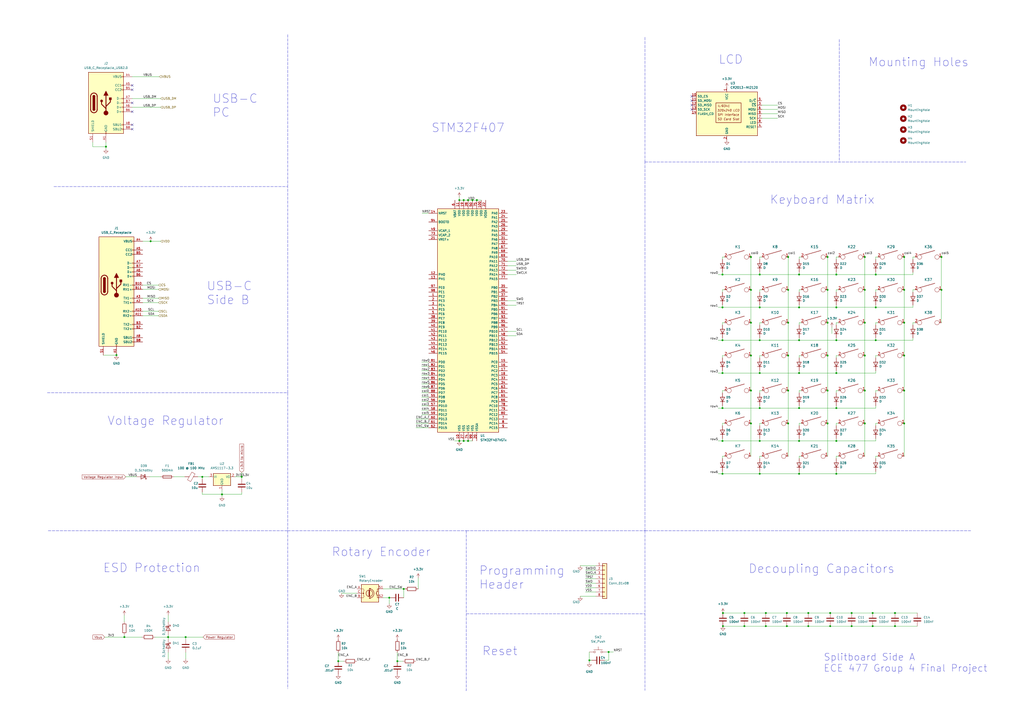
<source format=kicad_sch>
(kicad_sch (version 20211123) (generator eeschema)
  (paper "A2")
  (junction (at 480.06 168.148))
  (junction (at 485.14 178.308))
  (junction (at 440.69 255.778))
  (junction (at 419.1 274.828))
  (junction (at 431.8 363.22))
  (junction (at 457.2 206.248))
  (junction (at 524.51 245.618))
  (junction (at 501.65 206.248))
  (junction (at 341.884 383.032))
  (junction (at 480.06 245.618))
  (junction (at 463.55 197.358))
  (junction (at 271.526 116.078))
  (junction (at 480.06 226.568))
  (junction (at 266.446 255.778))
  (junction (at 440.69 178.308))
  (junction (at 419.1 159.258))
  (junction (at 72.136 369.57))
  (junction (at 266.446 116.078))
  (junction (at 117.348 276.606))
  (junction (at 508 178.308))
  (junction (at 440.69 216.408))
  (junction (at 440.69 274.828))
  (junction (at 463.55 236.728))
  (junction (at 463.55 255.778))
  (junction (at 457.2 226.568))
  (junction (at 435.61 168.148))
  (junction (at 97.536 369.57))
  (junction (at 435.61 149.098))
  (junction (at 225.806 346.71))
  (junction (at 230.505 383.54))
  (junction (at 419.354 363.22))
  (junction (at 431.8 355.6))
  (junction (at 485.14 216.408))
  (junction (at 456.438 355.6))
  (junction (at 508 159.258))
  (junction (at 501.65 149.098))
  (junction (at 435.61 187.198))
  (junction (at 67.564 205.994))
  (junction (at 480.06 206.248))
  (junction (at 501.65 168.148))
  (junction (at 463.55 159.258))
  (junction (at 519.176 355.6))
  (junction (at 480.06 149.098))
  (junction (at 524.51 149.098))
  (junction (at 457.2 168.148))
  (junction (at 61.468 85.09))
  (junction (at 463.55 216.408))
  (junction (at 107.696 369.57))
  (junction (at 485.14 159.258))
  (junction (at 463.55 178.308))
  (junction (at 485.14 197.358))
  (junction (at 435.61 206.248))
  (junction (at 524.51 187.198))
  (junction (at 444.246 355.6))
  (junction (at 419.1 216.408))
  (junction (at 419.1 236.728))
  (junction (at 456.438 363.22))
  (junction (at 468.884 355.6))
  (junction (at 485.14 255.778))
  (junction (at 546.1 149.098))
  (junction (at 494.03 355.6))
  (junction (at 87.376 139.954))
  (junction (at 268.986 116.078))
  (junction (at 271.526 255.778))
  (junction (at 519.176 363.22))
  (junction (at 524.51 168.148))
  (junction (at 524.51 226.568))
  (junction (at 440.69 159.258))
  (junction (at 419.1 255.778))
  (junction (at 485.14 236.728))
  (junction (at 546.1 168.148))
  (junction (at 485.14 274.828))
  (junction (at 506.222 355.6))
  (junction (at 481.584 363.22))
  (junction (at 506.222 363.22))
  (junction (at 440.69 197.358))
  (junction (at 501.65 226.568))
  (junction (at 457.2 187.198))
  (junction (at 276.606 116.078))
  (junction (at 508 197.358))
  (junction (at 457.2 149.098))
  (junction (at 128.778 286.766))
  (junction (at 440.69 236.728))
  (junction (at 501.65 245.618))
  (junction (at 480.06 187.198))
  (junction (at 524.51 206.248))
  (junction (at 444.246 363.22))
  (junction (at 463.55 274.828))
  (junction (at 196.215 383.54))
  (junction (at 481.584 355.6))
  (junction (at 353.06 378.206))
  (junction (at 457.2 245.618))
  (junction (at 419.354 355.6))
  (junction (at 419.1 197.358))
  (junction (at 419.1 178.308))
  (junction (at 468.884 363.22))
  (junction (at 435.61 226.568))
  (junction (at 234.188 341.63))
  (junction (at 494.03 363.22))
  (junction (at 435.61 245.618))
  (junction (at 140.208 276.606))
  (junction (at 268.986 255.778))
  (junction (at 274.066 116.078))
  (junction (at 501.65 187.198))
  (no_connect (at 401.32 55.88))
  (no_connect (at 401.32 63.5))
  (no_connect (at 401.32 58.42))
  (no_connect (at 401.32 60.96))
  (no_connect (at 76.708 49.53))
  (no_connect (at 76.708 74.93))
  (no_connect (at 76.708 64.77))
  (no_connect (at 76.708 52.07))
  (no_connect (at 76.708 59.69))
  (no_connect (at 76.708 72.39))
  (wire (pts (xy 420.37 149.098) (xy 419.1 149.098)))
  (wire (pts (xy 485.14 206.248) (xy 485.14 207.518)))
  (wire (pts (xy 440.69 216.408) (xy 463.55 216.408)))
  (wire (pts (xy 294.386 192.278) (xy 299.466 192.278)))
  (wire (pts (xy 508 245.618) (xy 508 246.888)))
  (polyline (pts (xy 166.878 307.848) (xy 166.878 399.542)))
  (wire (pts (xy 419.1 255.778) (xy 416.56 255.778)))
  (wire (pts (xy 524.51 206.248) (xy 524.51 226.568)))
  (polyline (pts (xy 270.51 307.848) (xy 374.142 307.848)))
  (wire (pts (xy 440.69 196.088) (xy 440.69 197.358)))
  (wire (pts (xy 89.916 369.57) (xy 97.536 369.57)))
  (wire (pts (xy 336.55 345.948) (xy 345.694 345.948)))
  (wire (pts (xy 508 149.098) (xy 508 150.368)))
  (wire (pts (xy 481.584 355.6) (xy 494.03 355.6)))
  (wire (pts (xy 353.06 383.032) (xy 353.06 378.206)))
  (wire (pts (xy 419.1 206.248) (xy 419.1 207.518)))
  (wire (pts (xy 419.1 177.038) (xy 419.1 178.308)))
  (wire (pts (xy 464.82 226.568) (xy 463.55 226.568)))
  (wire (pts (xy 464.82 187.198) (xy 463.55 187.198)))
  (wire (pts (xy 419.1 236.728) (xy 440.69 236.728)))
  (wire (pts (xy 263.652 255.778) (xy 266.446 255.778)))
  (wire (pts (xy 440.69 149.098) (xy 440.69 150.368)))
  (wire (pts (xy 435.61 226.568) (xy 435.61 245.618)))
  (wire (pts (xy 485.14 168.148) (xy 485.14 169.418)))
  (wire (pts (xy 233.68 383.54) (xy 230.505 383.54)))
  (wire (pts (xy 435.61 168.148) (xy 435.61 187.198)))
  (wire (pts (xy 485.14 236.728) (xy 508 236.728)))
  (polyline (pts (xy 270.51 307.848) (xy 270.51 400.558)))
  (wire (pts (xy 463.55 159.258) (xy 485.14 159.258)))
  (wire (pts (xy 509.27 264.668) (xy 508 264.668)))
  (wire (pts (xy 485.14 273.558) (xy 485.14 274.828)))
  (wire (pts (xy 244.602 240.538) (xy 248.666 240.538)))
  (wire (pts (xy 294.386 151.638) (xy 299.466 151.638)))
  (wire (pts (xy 61.468 85.09) (xy 61.468 86.36)))
  (wire (pts (xy 244.602 220.218) (xy 248.666 220.218)))
  (wire (pts (xy 485.14 216.408) (xy 508 216.408)))
  (wire (pts (xy 419.1 215.138) (xy 419.1 216.408)))
  (wire (pts (xy 501.65 245.618) (xy 501.65 264.668)))
  (wire (pts (xy 457.2 147.828) (xy 457.2 149.098)))
  (wire (pts (xy 530.86 149.098) (xy 529.59 149.098)))
  (wire (pts (xy 128.778 286.766) (xy 128.778 288.036)))
  (wire (pts (xy 480.06 245.618) (xy 480.06 264.668)))
  (wire (pts (xy 97.536 369.57) (xy 97.536 370.84)))
  (wire (pts (xy 463.55 157.988) (xy 463.55 159.258)))
  (wire (pts (xy 59.944 205.994) (xy 67.564 205.994)))
  (wire (pts (xy 419.1 264.668) (xy 419.1 265.938)))
  (wire (pts (xy 419.1 274.828) (xy 440.69 274.828)))
  (wire (pts (xy 457.2 245.618) (xy 457.2 264.668)))
  (wire (pts (xy 509.27 187.198) (xy 508 187.198)))
  (polyline (pts (xy 27.432 227.838) (xy 166.878 227.838)))
  (wire (pts (xy 463.55 274.828) (xy 485.14 274.828)))
  (wire (pts (xy 440.69 159.258) (xy 463.55 159.258)))
  (wire (pts (xy 97.536 369.57) (xy 107.696 369.57)))
  (wire (pts (xy 485.14 226.568) (xy 485.14 227.838)))
  (wire (pts (xy 509.27 149.098) (xy 508 149.098)))
  (wire (pts (xy 72.136 356.87) (xy 72.136 360.68)))
  (wire (pts (xy 485.14 178.308) (xy 508 178.308)))
  (wire (pts (xy 82.804 139.954) (xy 87.376 139.954)))
  (wire (pts (xy 274.066 116.078) (xy 271.526 116.078)))
  (wire (pts (xy 508 177.038) (xy 508 178.308)))
  (wire (pts (xy 485.14 235.458) (xy 485.14 236.728)))
  (wire (pts (xy 494.03 363.22) (xy 506.222 363.22)))
  (wire (pts (xy 464.82 206.248) (xy 463.55 206.248)))
  (wire (pts (xy 117.348 276.606) (xy 121.158 276.606)))
  (wire (pts (xy 435.61 206.248) (xy 435.61 226.568)))
  (wire (pts (xy 441.96 264.668) (xy 440.69 264.668)))
  (wire (pts (xy 419.1 235.458) (xy 419.1 236.728)))
  (wire (pts (xy 419.1 255.778) (xy 440.69 255.778)))
  (wire (pts (xy 519.176 355.6) (xy 532.13 355.6)))
  (wire (pts (xy 485.14 197.358) (xy 508 197.358)))
  (wire (pts (xy 114.808 276.606) (xy 117.348 276.606)))
  (wire (pts (xy 440.69 255.778) (xy 463.55 255.778)))
  (wire (pts (xy 336.55 328.168) (xy 345.694 328.168)))
  (wire (pts (xy 440.69 273.558) (xy 440.69 274.828)))
  (wire (pts (xy 464.82 149.098) (xy 463.55 149.098)))
  (wire (pts (xy 463.55 206.248) (xy 463.55 207.518)))
  (wire (pts (xy 485.14 159.258) (xy 508 159.258)))
  (wire (pts (xy 480.06 187.198) (xy 480.06 206.248)))
  (wire (pts (xy 244.602 212.598) (xy 248.666 212.598)))
  (wire (pts (xy 508 215.138) (xy 508 216.408)))
  (wire (pts (xy 97.536 356.87) (xy 97.536 360.68)))
  (wire (pts (xy 242.57 335.28) (xy 242.57 341.63)))
  (wire (pts (xy 420.37 206.248) (xy 419.1 206.248)))
  (wire (pts (xy 508 226.568) (xy 508 227.838)))
  (wire (pts (xy 419.1 159.258) (xy 440.69 159.258)))
  (wire (pts (xy 419.354 363.22) (xy 431.8 363.22)))
  (wire (pts (xy 501.65 149.098) (xy 501.65 168.148)))
  (wire (pts (xy 509.27 168.148) (xy 508 168.148)))
  (wire (pts (xy 268.986 116.078) (xy 266.446 116.078)))
  (wire (pts (xy 440.69 187.198) (xy 440.69 188.468)))
  (wire (pts (xy 97.536 368.3) (xy 97.536 369.57)))
  (wire (pts (xy 485.14 157.988) (xy 485.14 159.258)))
  (wire (pts (xy 339.598 335.788) (xy 345.694 335.788)))
  (wire (pts (xy 485.14 196.088) (xy 485.14 197.358)))
  (wire (pts (xy 486.41 226.568) (xy 485.14 226.568)))
  (wire (pts (xy 350.774 383.032) (xy 353.06 383.032)))
  (wire (pts (xy 468.884 363.22) (xy 481.584 363.22)))
  (wire (pts (xy 140.208 274.066) (xy 140.208 276.606)))
  (wire (pts (xy 440.69 245.618) (xy 440.69 246.888)))
  (wire (pts (xy 117.348 285.496) (xy 117.348 286.766)))
  (polyline (pts (xy 374.142 307.848) (xy 374.142 400.558)))
  (wire (pts (xy 198.12 344.17) (xy 207.01 344.17)))
  (wire (pts (xy 241.3 248.158) (xy 248.666 248.158)))
  (wire (pts (xy 244.602 235.458) (xy 248.666 235.458)))
  (wire (pts (xy 241.3 243.078) (xy 248.666 243.078)))
  (wire (pts (xy 440.69 206.248) (xy 440.69 207.518)))
  (wire (pts (xy 485.14 255.778) (xy 508 255.778)))
  (wire (pts (xy 508 254.508) (xy 508 255.778)))
  (wire (pts (xy 76.708 57.15) (xy 93.218 57.15)))
  (wire (pts (xy 506.222 355.6) (xy 519.176 355.6)))
  (wire (pts (xy 480.06 226.568) (xy 480.06 245.618)))
  (wire (pts (xy 431.8 363.22) (xy 444.246 363.22)))
  (wire (pts (xy 244.602 237.998) (xy 248.666 237.998)))
  (wire (pts (xy 420.37 245.618) (xy 419.1 245.618)))
  (wire (pts (xy 100.838 276.606) (xy 107.188 276.606)))
  (wire (pts (xy 91.948 167.894) (xy 82.804 167.894)))
  (wire (pts (xy 244.602 225.298) (xy 248.666 225.298)))
  (wire (pts (xy 91.948 183.134) (xy 82.804 183.134)))
  (wire (pts (xy 244.602 227.838) (xy 248.666 227.838)))
  (wire (pts (xy 509.27 206.248) (xy 508 206.248)))
  (wire (pts (xy 140.208 286.766) (xy 128.778 286.766)))
  (wire (pts (xy 463.55 216.408) (xy 485.14 216.408)))
  (wire (pts (xy 419.1 187.198) (xy 419.1 188.468)))
  (wire (pts (xy 444.246 363.22) (xy 456.438 363.22)))
  (wire (pts (xy 341.884 383.032) (xy 343.154 383.032)))
  (wire (pts (xy 294.386 194.818) (xy 299.466 194.818)))
  (wire (pts (xy 451.104 60.96) (xy 441.96 60.96)))
  (wire (pts (xy 440.69 215.138) (xy 440.69 216.408)))
  (wire (pts (xy 530.86 187.198) (xy 529.59 187.198)))
  (wire (pts (xy 508 187.198) (xy 508 188.468)))
  (wire (pts (xy 463.55 264.668) (xy 463.55 265.938)))
  (wire (pts (xy 355.854 378.206) (xy 353.06 378.206)))
  (wire (pts (xy 456.438 363.22) (xy 468.884 363.22)))
  (wire (pts (xy 501.65 226.568) (xy 501.65 245.618)))
  (wire (pts (xy 529.59 196.088) (xy 529.59 197.358)))
  (wire (pts (xy 91.948 165.354) (xy 82.804 165.354)))
  (wire (pts (xy 431.8 355.6) (xy 444.246 355.6)))
  (wire (pts (xy 271.526 116.078) (xy 268.986 116.078)))
  (wire (pts (xy 244.602 215.138) (xy 248.666 215.138)))
  (wire (pts (xy 294.386 154.178) (xy 299.466 154.178)))
  (wire (pts (xy 463.55 254.508) (xy 463.55 255.778)))
  (wire (pts (xy 53.848 85.09) (xy 61.468 85.09)))
  (wire (pts (xy 451.104 68.58) (xy 441.96 68.58)))
  (wire (pts (xy 107.696 369.57) (xy 117.856 369.57)))
  (wire (pts (xy 266.446 114.3) (xy 266.446 116.078)))
  (wire (pts (xy 464.82 245.618) (xy 463.55 245.618)))
  (wire (pts (xy 480.06 206.248) (xy 480.06 226.568)))
  (wire (pts (xy 480.06 168.148) (xy 480.06 187.198)))
  (wire (pts (xy 117.348 286.766) (xy 128.778 286.766)))
  (wire (pts (xy 419.1 216.408) (xy 416.56 216.408)))
  (wire (pts (xy 420.37 264.668) (xy 419.1 264.668)))
  (polyline (pts (xy 486.918 22.86) (xy 486.918 93.98)))
  (wire (pts (xy 440.69 178.308) (xy 463.55 178.308)))
  (wire (pts (xy 339.598 338.328) (xy 345.694 338.328)))
  (wire (pts (xy 546.1 149.098) (xy 546.1 168.148)))
  (wire (pts (xy 441.96 206.248) (xy 440.69 206.248)))
  (wire (pts (xy 508 206.248) (xy 508 207.518)))
  (wire (pts (xy 463.55 178.308) (xy 485.14 178.308)))
  (wire (pts (xy 509.27 245.618) (xy 508 245.618)))
  (wire (pts (xy 457.2 187.198) (xy 457.2 206.248)))
  (wire (pts (xy 440.69 274.828) (xy 463.55 274.828)))
  (wire (pts (xy 353.06 378.206) (xy 352.044 378.206)))
  (wire (pts (xy 486.41 264.668) (xy 485.14 264.668)))
  (wire (pts (xy 279.146 116.078) (xy 276.606 116.078)))
  (wire (pts (xy 341.884 378.206) (xy 341.884 383.032)))
  (wire (pts (xy 463.55 197.358) (xy 485.14 197.358)))
  (polyline (pts (xy 270.51 356.108) (xy 374.142 356.108)))
  (wire (pts (xy 457.2 226.568) (xy 457.2 245.618)))
  (wire (pts (xy 268.986 255.778) (xy 271.526 255.778)))
  (wire (pts (xy 444.246 355.6) (xy 456.438 355.6)))
  (wire (pts (xy 196.215 383.54) (xy 196.215 378.46)))
  (wire (pts (xy 463.55 245.618) (xy 463.55 246.888)))
  (wire (pts (xy 440.69 197.358) (xy 463.55 197.358)))
  (wire (pts (xy 463.55 273.558) (xy 463.55 274.828)))
  (wire (pts (xy 244.856 123.698) (xy 248.666 123.698)))
  (wire (pts (xy 234.188 341.63) (xy 234.188 346.71)))
  (wire (pts (xy 419.1 273.558) (xy 419.1 274.828)))
  (wire (pts (xy 140.208 285.496) (xy 140.208 286.766)))
  (wire (pts (xy 140.208 276.606) (xy 140.208 277.876)))
  (wire (pts (xy 244.602 222.758) (xy 248.666 222.758)))
  (wire (pts (xy 441.96 226.568) (xy 440.69 226.568)))
  (wire (pts (xy 457.2 206.248) (xy 457.2 226.568)))
  (polyline (pts (xy 374.142 93.98) (xy 560.324 93.98)))
  (wire (pts (xy 339.598 340.868) (xy 345.694 340.868)))
  (wire (pts (xy 485.14 245.618) (xy 485.14 246.888)))
  (wire (pts (xy 508 168.148) (xy 508 169.418)))
  (wire (pts (xy 72.898 276.606) (xy 79.248 276.606)))
  (wire (pts (xy 440.69 226.568) (xy 440.69 227.838)))
  (wire (pts (xy 222.25 346.71) (xy 225.806 346.71)))
  (wire (pts (xy 419.1 149.098) (xy 419.1 150.368)))
  (wire (pts (xy 529.59 149.098) (xy 529.59 150.368)))
  (wire (pts (xy 266.446 255.778) (xy 268.986 255.778)))
  (wire (pts (xy 435.61 187.198) (xy 435.61 206.248)))
  (wire (pts (xy 419.1 236.728) (xy 416.56 236.728)))
  (wire (pts (xy 463.55 177.038) (xy 463.55 178.308)))
  (wire (pts (xy 546.1 168.148) (xy 546.1 187.198)))
  (wire (pts (xy 440.69 177.038) (xy 440.69 178.308)))
  (wire (pts (xy 524.51 147.828) (xy 524.51 149.098)))
  (wire (pts (xy 420.37 226.568) (xy 419.1 226.568)))
  (wire (pts (xy 508 159.258) (xy 529.59 159.258)))
  (wire (pts (xy 529.59 168.148) (xy 529.59 169.418)))
  (wire (pts (xy 91.948 172.974) (xy 82.804 172.974)))
  (wire (pts (xy 485.14 254.508) (xy 485.14 255.778)))
  (wire (pts (xy 509.27 226.568) (xy 508 226.568)))
  (wire (pts (xy 107.696 378.46) (xy 107.696 382.27)))
  (wire (pts (xy 339.598 330.708) (xy 345.694 330.708)))
  (wire (pts (xy 420.37 168.148) (xy 419.1 168.148)))
  (wire (pts (xy 435.61 149.098) (xy 435.61 168.148)))
  (wire (pts (xy 419.354 355.6) (xy 431.8 355.6)))
  (wire (pts (xy 419.1 197.358) (xy 440.69 197.358)))
  (wire (pts (xy 485.14 274.828) (xy 508 274.828)))
  (polyline (pts (xy 27.94 307.848) (xy 166.878 307.848)))
  (wire (pts (xy 419.1 159.258) (xy 416.56 159.258)))
  (wire (pts (xy 508 273.558) (xy 508 274.828)))
  (wire (pts (xy 440.69 235.458) (xy 440.69 236.728)))
  (wire (pts (xy 441.96 168.148) (xy 440.69 168.148)))
  (wire (pts (xy 419.1 178.308) (xy 416.56 178.308)))
  (wire (pts (xy 72.136 369.57) (xy 82.296 369.57)))
  (wire (pts (xy 451.104 66.04) (xy 441.96 66.04)))
  (wire (pts (xy 276.606 116.078) (xy 274.066 116.078)))
  (polyline (pts (xy 166.878 307.848) (xy 270.51 307.848)))
  (wire (pts (xy 117.348 276.606) (xy 117.348 277.876)))
  (wire (pts (xy 419.1 196.088) (xy 419.1 197.358)))
  (wire (pts (xy 463.55 196.088) (xy 463.55 197.358)))
  (wire (pts (xy 486.41 245.618) (xy 485.14 245.618)))
  (wire (pts (xy 419.1 254.508) (xy 419.1 255.778)))
  (wire (pts (xy 463.55 226.568) (xy 463.55 227.838)))
  (wire (pts (xy 76.708 44.45) (xy 92.456 44.45)))
  (wire (pts (xy 441.96 245.618) (xy 440.69 245.618)))
  (wire (pts (xy 294.386 156.718) (xy 299.466 156.718)))
  (polyline (pts (xy 166.878 20.066) (xy 166.878 107.95)))
  (wire (pts (xy 294.386 174.498) (xy 299.466 174.498)))
  (wire (pts (xy 529.59 177.038) (xy 529.59 178.308)))
  (wire (pts (xy 494.03 355.6) (xy 506.222 355.6)))
  (wire (pts (xy 524.51 168.148) (xy 524.51 187.198)))
  (polyline (pts (xy 166.878 227.838) (xy 166.878 307.848)))
  (wire (pts (xy 419.1 197.358) (xy 416.56 197.358)))
  (polyline (pts (xy 374.142 21.59) (xy 374.142 93.98)))
  (wire (pts (xy 524.51 149.098) (xy 524.51 168.148)))
  (wire (pts (xy 440.69 264.668) (xy 440.69 265.938)))
  (wire (pts (xy 508 235.458) (xy 508 236.728)))
  (wire (pts (xy 546.1 147.828) (xy 546.1 149.098)))
  (wire (pts (xy 480.06 149.098) (xy 480.06 168.148)))
  (wire (pts (xy 482.6 189.738) (xy 482.6 193.548)))
  (wire (pts (xy 486.41 187.198) (xy 485.14 187.198)))
  (wire (pts (xy 230.505 383.54) (xy 230.505 378.46)))
  (wire (pts (xy 501.65 168.148) (xy 501.65 187.198)))
  (wire (pts (xy 294.386 159.258) (xy 299.466 159.258)))
  (wire (pts (xy 508 196.088) (xy 508 197.358)))
  (wire (pts (xy 341.884 383.032) (xy 341.884 384.302)))
  (wire (pts (xy 339.598 343.408) (xy 345.694 343.408)))
  (wire (pts (xy 244.602 217.678) (xy 248.666 217.678)))
  (wire (pts (xy 508 264.668) (xy 508 265.938)))
  (wire (pts (xy 244.602 210.058) (xy 248.666 210.058)))
  (polyline (pts (xy 270.256 400.558) (xy 270.51 400.558)))
  (wire (pts (xy 464.82 168.148) (xy 463.55 168.148)))
  (wire (pts (xy 519.176 363.22) (xy 532.13 363.22)))
  (wire (pts (xy 440.69 236.728) (xy 463.55 236.728)))
  (wire (pts (xy 225.806 350.266) (xy 225.806 346.71)))
  (wire (pts (xy 244.602 230.378) (xy 248.666 230.378)))
  (wire (pts (xy 441.96 149.098) (xy 440.69 149.098)))
  (wire (pts (xy 53.848 82.55) (xy 53.848 85.09)))
  (polyline (pts (xy 31.242 108.204) (xy 166.878 108.204)))
  (wire (pts (xy 485.14 177.038) (xy 485.14 178.308)))
  (wire (pts (xy 508 197.358) (xy 529.59 197.358)))
  (wire (pts (xy 463.55 187.198) (xy 463.55 188.468)))
  (wire (pts (xy 234.95 341.63) (xy 234.188 341.63)))
  (wire (pts (xy 529.59 157.988) (xy 529.59 159.258)))
  (wire (pts (xy 508 157.988) (xy 508 159.258)))
  (wire (pts (xy 241.3 245.618) (xy 248.666 245.618)))
  (wire (pts (xy 468.884 355.6) (xy 481.584 355.6)))
  (wire (pts (xy 486.41 149.098) (xy 485.14 149.098)))
  (wire (pts (xy 506.222 363.22) (xy 519.176 363.22)))
  (wire (pts (xy 486.41 168.148) (xy 485.14 168.148)))
  (wire (pts (xy 463.55 215.138) (xy 463.55 216.408)))
  (wire (pts (xy 107.696 369.57) (xy 107.696 370.84)))
  (wire (pts (xy 524.51 245.618) (xy 524.51 264.668)))
  (wire (pts (xy 294.386 177.038) (xy 299.466 177.038)))
  (wire (pts (xy 87.376 139.954) (xy 93.218 139.954)))
  (wire (pts (xy 199.39 383.54) (xy 196.215 383.54)))
  (wire (pts (xy 463.55 235.458) (xy 463.55 236.728)))
  (polyline (pts (xy 166.878 227.838) (xy 166.878 108.204)))
  (wire (pts (xy 339.598 333.248) (xy 345.694 333.248)))
  (wire (pts (xy 435.61 245.618) (xy 435.61 264.668)))
  (wire (pts (xy 463.55 168.148) (xy 463.55 169.418)))
  (wire (pts (xy 97.536 378.46) (xy 97.536 382.27)))
  (wire (pts (xy 419.1 157.988) (xy 419.1 159.258)))
  (wire (pts (xy 419.1 216.408) (xy 440.69 216.408)))
  (wire (pts (xy 419.1 274.828) (xy 416.56 274.828)))
  (wire (pts (xy 136.398 276.606) (xy 140.208 276.606)))
  (wire (pts (xy 72.136 368.3) (xy 72.136 369.57)))
  (wire (pts (xy 419.1 168.148) (xy 419.1 169.418)))
  (wire (pts (xy 463.55 236.728) (xy 485.14 236.728)))
  (wire (pts (xy 76.708 62.23) (xy 93.218 62.23)))
  (wire (pts (xy 457.2 168.148) (xy 457.2 187.198)))
  (wire (pts (xy 451.104 63.5) (xy 441.96 63.5)))
  (wire (pts (xy 435.61 147.828) (xy 435.61 149.098)))
  (wire (pts (xy 480.06 147.828) (xy 480.06 149.098)))
  (wire (pts (xy 419.1 245.618) (xy 419.1 246.888)))
  (wire (pts (xy 485.14 187.198) (xy 485.14 188.468)))
  (wire (pts (xy 501.65 147.828) (xy 501.65 149.098)))
  (wire (pts (xy 463.55 149.098) (xy 463.55 150.368)))
  (wire (pts (xy 271.526 255.778) (xy 274.066 255.778)))
  (wire (pts (xy 508 178.308) (xy 529.59 178.308)))
  (wire (pts (xy 485.14 264.668) (xy 485.14 265.938)))
  (wire (pts (xy 441.96 187.198) (xy 440.69 187.198)))
  (wire (pts (xy 501.65 187.198) (xy 501.65 206.248)))
  (wire (pts (xy 91.948 180.594) (xy 82.804 180.594)))
  (wire (pts (xy 463.55 255.778) (xy 485.14 255.778)))
  (wire (pts (xy 91.948 175.514) (xy 82.804 175.514)))
  (wire (pts (xy 60.706 369.57) (xy 72.136 369.57)))
  (wire (pts (xy 485.14 215.138) (xy 485.14 216.408)))
  (wire (pts (xy 440.69 168.148) (xy 440.69 169.418)))
  (wire (pts (xy 456.438 355.6) (xy 468.884 355.6)))
  (wire (pts (xy 457.2 149.098) (xy 457.2 168.148)))
  (wire (pts (xy 128.778 284.226) (xy 128.778 286.766)))
  (wire (pts (xy 481.584 363.22) (xy 494.03 363.22)))
  (wire (pts (xy 524.51 187.198) (xy 524.51 206.248)))
  (wire (pts (xy 501.65 206.248) (xy 501.65 226.568)))
  (wire (pts (xy 419.1 178.308) (xy 440.69 178.308)))
  (wire (pts (xy 244.602 232.918) (xy 248.666 232.918)))
  (wire (pts (xy 419.1 226.568) (xy 419.1 227.838)))
  (polyline (pts (xy 374.142 307.848) (xy 374.142 93.98)))
  (wire (pts (xy 530.86 168.148) (xy 529.59 168.148)))
  (wire (pts (xy 486.41 206.248) (xy 485.14 206.248)))
  (wire (pts (xy 86.868 276.606) (xy 93.218 276.606)))
  (wire (pts (xy 524.51 226.568) (xy 524.51 245.618)))
  (wire (pts (xy 61.468 82.55) (xy 61.468 85.09)))
  (wire (pts (xy 225.806 346.71) (xy 226.568 346.71)))
  (wire (pts (xy 222.25 341.63) (xy 234.188 341.63)))
  (wire (pts (xy 420.37 187.198) (xy 419.1 187.198)))
  (wire (pts (xy 440.69 157.988) (xy 440.69 159.258)))
  (polyline (pts (xy 374.142 307.848) (xy 563.118 307.848)))
  (wire (pts (xy 529.59 187.198) (xy 529.59 188.468)))
  (wire (pts (xy 485.14 149.098) (xy 485.14 150.368)))
  (wire (pts (xy 440.69 254.508) (xy 440.69 255.778)))
  (wire (pts (xy 464.82 264.668) (xy 463.55 264.668)))
  (text "Voltage Regulator" (at 62.23 247.142 0) (effects (font (size 5 5)) (justify left bottom)))
  (text "Keyboard Matrix" (at 446.532 118.872 0) (effects (font (size 5 5)) (justify left bottom)))
  (text "USB-C\nSide B" (at 119.888 177.038 0) (effects (font (size 5 5)) (justify left bottom)))
  (text "LCD" (at 416.814 37.592 0) (effects (font (size 5 5)) (justify left bottom)))
  (text "Reset" (at 279.654 380.746 0) (effects (font (size 5 5)) (justify left bottom)))
  (text "Decoupling Capacitors" (at 434.086 332.994 0) (effects (font (size 5 5)) (justify left bottom)))
  (text "STM32F407" (at 250.19 77.216 0) (effects (font (size 5 5)) (justify left bottom)))
  (text "Mounting Holes" (at 503.682 39.116 0) (effects (font (size 5 5)) (justify left bottom)))
  (text "Rotary Encoder" (at 192.405 323.215 0) (effects (font (size 5 5)) (justify left bottom)))
  (text "ESD Protection" (at 59.69 332.486 0) (effects (font (size 5 5)) (justify left bottom)))
  (text "Programming\nHeader" (at 277.876 342.138 0) (effects (font (size 5 5)) (justify left bottom)))
  (text "USB-C\nPC" (at 123.19 68.326 0) (effects (font (size 5 5)) (justify left bottom)))
  (text "Splitboard Side A\nECE 477 Group 4 Final Project" (at 477.774 390.144 0) (effects (font (size 4 4)) (justify left bottom)))
  (label "NRST" (at 355.854 378.206 0))
  (label "SCL" (at 85.852 180.594 0))
  (label "col0" (at 244.602 227.838 0))
  (label "ENC_SW" (at 241.3 248.158 0))
  (label "SCL" (at 299.466 192.278 0))
  (label "ENC_A" (at 196.215 381 0))
  (label "col4" (at 524.51 147.828 0))
  (label "MISO" (at 85.344 172.974 0))
  (label "row6" (at 416.56 274.828 180))
  (label "row4" (at 416.56 236.728 180))
  (label "USB_DP" (at 83.058 62.23 0))
  (label "row5" (at 244.602 222.758 0))
  (label "col5" (at 546.1 147.828 0))
  (label "ENC_B" (at 207.01 346.71 180))
  (label "row3" (at 416.56 216.408 180))
  (label "row0" (at 416.56 159.258 180))
  (label "CS" (at 451.104 60.96 0))
  (label "TRST" (at 339.598 335.788 0))
  (label "TRST" (at 299.466 177.038 0))
  (label "col0" (at 435.61 147.828 0))
  (label "3V3" (at 62.484 369.57 0))
  (label "SWO" (at 339.598 338.328 0))
  (label "3.3V" (at 140.208 276.606 0))
  (label "ENC_B" (at 230.505 381 0))
  (label "col1" (at 244.602 230.378 0))
  (label "row5" (at 416.56 255.778 180))
  (label "MISO" (at 451.104 66.04 0))
  (label "row4" (at 244.602 220.218 0))
  (label "row1" (at 244.602 212.598 0))
  (label "SWCLK" (at 299.466 159.258 0))
  (label "VSS" (at 263.652 255.778 180))
  (label "ENC_B_F" (at 241.3 245.618 0))
  (label "SWDIO" (at 339.598 330.708 0))
  (label "row3" (at 244.602 217.678 0))
  (label "CS" (at 85.09 165.354 0))
  (label "ENC_A" (at 207.01 341.63 180))
  (label "SDA" (at 85.852 183.134 0))
  (label "VDD" (at 339.598 340.868 0))
  (label "col1" (at 457.2 147.828 0))
  (label "SCK" (at 451.104 68.58 0))
  (label "SWCLK" (at 339.598 333.248 0))
  (label "col4" (at 244.602 237.998 0))
  (label "ENC_A_F" (at 241.3 243.078 0))
  (label "col2" (at 244.602 232.918 0))
  (label "col5" (at 244.602 240.538 0))
  (label "MOSI" (at 451.104 63.5 0))
  (label "row6" (at 244.602 225.298 0))
  (label "VBUS" (at 83.058 44.45 0))
  (label "USB_DM" (at 299.466 151.638 0))
  (label "ENC_B_F" (at 241.3 383.54 0))
  (label "col3" (at 501.65 147.828 0))
  (label "USB_DM" (at 83.058 57.15 0))
  (label "row2" (at 244.602 215.138 0))
  (label "row0" (at 244.602 210.058 0))
  (label "VDD" (at 271.526 116.078 0))
  (label "3V3" (at 136.652 276.606 0))
  (label "row1" (at 416.56 178.308 180))
  (label "USB_DP" (at 299.466 154.178 0))
  (label "VBUS" (at 74.422 276.606 0))
  (label "row2" (at 416.56 197.358 180))
  (label "col3" (at 244.602 235.458 0))
  (label "col2" (at 480.06 147.828 0))
  (label "VSS" (at 339.598 343.408 0))
  (label "ENC_A_F" (at 207.01 383.54 0))
  (label "MOSI" (at 85.344 167.894 0))
  (label "SWDIO" (at 299.466 156.718 0))
  (label "SCK" (at 85.344 175.514 0))
  (label "SDA" (at 299.466 194.818 0))
  (label "SWO" (at 299.466 174.498 0))
  (label "NRST" (at 244.856 123.698 0))
  (label "ENC_SW" (at 225.806 341.63 0))
  (global_label "Vbus" (shape input) (at 60.706 369.57 180) (property "Intersheet References" "${INTERSHEET_REFS}" (effects hide)))
  (global_label "Power Regulator" (shape input) (at 117.856 369.57 0) (property "Intersheet References" "${INTERSHEET_REFS}" (effects hide)))
  (global_label "Voltage Regulator Input" (shape input) (at 72.898 276.606 180) (property "Intersheet References" "${INTERSHEET_REFS}" (effects hide)))
  (global_label "+3v3 to micro" (shape input) (at 140.208 274.066 90) (property "Intersheet References" "${INTERSHEET_REFS}" (effects hide)))
  (hierarchical_label "VBUS" (shape input) (at 92.456 44.45 0))
  (hierarchical_label "USB_DM" (shape input) (at 93.218 57.15 0))
  (hierarchical_label "SCL" (shape input) (at 91.948 180.594 0))
  (hierarchical_label "SCK" (shape input) (at 91.948 175.514 0))
  (hierarchical_label "MISO" (shape input) (at 91.948 172.974 0))
  (hierarchical_label "VDD" (shape input) (at 93.218 139.954 0))
  (hierarchical_label "USB_DP" (shape input) (at 93.218 62.23 0))
  (hierarchical_label "SDA" (shape input) (at 91.948 183.134 0))
  (hierarchical_label "CS" (shape input) (at 91.948 165.354 0))
  (hierarchical_label "MOSI" (shape input) (at 91.948 167.894 0))
  (symbol (lib_id "KBT1-rescue:D-Device") (at 419.1 154.178 90) (unit 1)
    (property "Reference" "D1" (at 421.132 153.0096 90) (effects (justify right)))
    (property "Value" "D" (at 421.132 155.321 90) (effects (justify right)))
    (property "Footprint" "Diode_SMD:D_SOD-123" (effects hide))
  )
  (symbol (lib_id "KBT1-rescue:KEYSW-keyboard_parts") (at 427.99 149.098 0) (unit 1)
    (property "Reference" "K1" (at 427.99 143.1798 0) (effects (font (size 1.524 1.524))))
    (property "Value" "KEYSW" (effects hide))
    (property "Footprint" "6:SW_Hotswap_Kailh_MX_plated" (effects hide))
  )
  (symbol (lib_id "KBT1-rescue:KEYSW-keyboard_parts") (at 449.58 149.098 0) (unit 1)
    (property "Reference" "K8" (at 449.58 143.1798 0) (effects (font (size 1.524 1.524))))
    (property "Value" "KEYSW" (effects hide))
    (property "Footprint" "6:SW_Hotswap_Kailh_MX_plated" (effects hide))
  )
  (symbol (lib_id "KBT1-rescue:D-Device") (at 440.69 154.178 90) (unit 1)
    (property "Reference" "D8" (at 442.722 153.0096 90) (effects (justify right)))
    (property "Value" "D" (at 442.722 155.321 90) (effects (justify right)))
    (property "Footprint" "Diode_SMD:D_SOD-123" (effects hide))
  )
  (symbol (lib_id "KBT1-rescue:KEYSW-keyboard_parts") (at 472.44 149.098 0) (unit 1)
    (property "Reference" "K15" (at 472.44 143.1798 0) (effects (font (size 1.524 1.524))))
    (property "Value" "KEYSW" (effects hide))
    (property "Footprint" "6:SW_Hotswap_Kailh_MX_plated" (effects hide))
  )
  (symbol (lib_id "KBT1-rescue:D-Device") (at 463.55 154.178 90) (unit 1)
    (property "Reference" "D15" (at 465.582 153.0096 90) (effects (justify right)))
    (property "Value" "D" (at 465.582 155.321 90) (effects (justify right)))
    (property "Footprint" "Diode_SMD:D_SOD-123" (effects hide))
  )
  (symbol (lib_id "KBT1-rescue:KEYSW-keyboard_parts") (at 494.03 149.098 0) (unit 1)
    (property "Reference" "K22" (at 494.03 143.1798 0) (effects (font (size 1.524 1.524))))
    (property "Value" "KEYSW" (effects hide))
    (property "Footprint" "6:SW_Hotswap_Kailh_MX_plated" (effects hide))
  )
  (symbol (lib_id "KBT1-rescue:D-Device") (at 485.14 154.178 90) (unit 1)
    (property "Reference" "D22" (at 487.172 153.0096 90) (effects (justify right)))
    (property "Value" "D" (at 487.172 155.321 90) (effects (justify right)))
    (property "Footprint" "Diode_SMD:D_SOD-123" (effects hide))
  )
  (symbol (lib_id "KBT1-rescue:KEYSW-keyboard_parts") (at 427.99 168.148 0) (unit 1)
    (property "Reference" "K2" (at 427.99 162.2298 0) (effects (font (size 1.524 1.524))))
    (property "Value" "KEYSW" (effects hide))
    (property "Footprint" "6:SW_Hotswap_Kailh_MX_plated" (effects hide))
  )
  (symbol (lib_id "KBT1-rescue:D-Device") (at 419.1 173.228 90) (unit 1)
    (property "Reference" "D2" (at 421.132 172.0596 90) (effects (justify right)))
    (property "Value" "D" (at 421.132 174.371 90) (effects (justify right)))
    (property "Footprint" "Diode_SMD:D_SOD-123" (effects hide))
  )
  (symbol (lib_id "KBT1-rescue:KEYSW-keyboard_parts") (at 449.58 168.148 0) (unit 1)
    (property "Reference" "K9" (at 449.58 162.2298 0) (effects (font (size 1.524 1.524))))
    (property "Value" "KEYSW" (effects hide))
    (property "Footprint" "6:SW_Hotswap_Kailh_MX_plated" (effects hide))
  )
  (symbol (lib_id "KBT1-rescue:D-Device") (at 440.69 173.228 90) (unit 1)
    (property "Reference" "D9" (at 442.722 172.0596 90) (effects (justify right)))
    (property "Value" "D" (at 442.722 174.371 90) (effects (justify right)))
    (property "Footprint" "Diode_SMD:D_SOD-123" (effects hide))
  )
  (symbol (lib_id "KBT1-rescue:KEYSW-keyboard_parts") (at 472.44 168.148 0) (unit 1)
    (property "Reference" "K16" (at 472.44 162.2298 0) (effects (font (size 1.524 1.524))))
    (property "Value" "KEYSW" (effects hide))
    (property "Footprint" "6:SW_Hotswap_Kailh_MX_plated" (effects hide))
  )
  (symbol (lib_id "KBT1-rescue:D-Device") (at 463.55 173.228 90) (unit 1)
    (property "Reference" "D16" (at 465.582 172.0596 90) (effects (justify right)))
    (property "Value" "D" (at 465.582 174.371 90) (effects (justify right)))
    (property "Footprint" "Diode_SMD:D_SOD-123" (effects hide))
  )
  (symbol (lib_id "KBT1-rescue:KEYSW-keyboard_parts") (at 494.03 168.148 0) (unit 1)
    (property "Reference" "K23" (at 494.03 162.2298 0) (effects (font (size 1.524 1.524))))
    (property "Value" "KEYSW" (effects hide))
    (property "Footprint" "6:SW_Hotswap_Kailh_MX_plated" (effects hide))
  )
  (symbol (lib_id "KBT1-rescue:D-Device") (at 485.14 173.228 90) (unit 1)
    (property "Reference" "D23" (at 487.172 172.0596 90) (effects (justify right)))
    (property "Value" "D" (at 487.172 174.371 90) (effects (justify right)))
    (property "Footprint" "Diode_SMD:D_SOD-123" (effects hide))
  )
  (symbol (lib_id "KBT1-rescue:KEYSW-keyboard_parts") (at 427.99 187.198 0) (unit 1)
    (property "Reference" "K3" (at 427.99 181.2798 0) (effects (font (size 1.524 1.524))))
    (property "Value" "KEYSW" (effects hide))
    (property "Footprint" "6:SW_Hotswap_Kailh_MX_plated" (effects hide))
  )
  (symbol (lib_id "KBT1-rescue:D-Device") (at 419.1 192.278 90) (unit 1)
    (property "Reference" "D3" (at 421.132 191.1096 90) (effects (justify right)))
    (property "Value" "D" (at 421.132 193.421 90) (effects (justify right)))
    (property "Footprint" "Diode_SMD:D_SOD-123" (effects hide))
  )
  (symbol (lib_id "KBT1-rescue:KEYSW-keyboard_parts") (at 449.58 187.198 0) (unit 1)
    (property "Reference" "K10" (at 449.58 181.2798 0) (effects (font (size 1.524 1.524))))
    (property "Value" "KEYSW" (effects hide))
    (property "Footprint" "6:SW_Hotswap_Kailh_MX_plated" (effects hide))
  )
  (symbol (lib_id "KBT1-rescue:D-Device") (at 440.69 192.278 90) (unit 1)
    (property "Reference" "D10" (at 442.722 191.1096 90) (effects (justify right)))
    (property "Value" "D" (at 442.722 193.421 90) (effects (justify right)))
    (property "Footprint" "Diode_SMD:D_SOD-123" (effects hide))
  )
  (symbol (lib_id "KBT1-rescue:KEYSW-keyboard_parts") (at 472.44 187.198 0) (unit 1)
    (property "Reference" "K17" (at 472.44 181.2798 0) (effects (font (size 1.524 1.524))))
    (property "Value" "KEYSW" (effects hide))
    (property "Footprint" "6:SW_Hotswap_Kailh_MX_plated" (effects hide))
  )
  (symbol (lib_id "KBT1-rescue:D-Device") (at 463.55 192.278 90) (unit 1)
    (property "Reference" "D17" (at 465.582 191.1096 90) (effects (justify right)))
    (property "Value" "D" (at 465.582 193.421 90) (effects (justify right)))
    (property "Footprint" "Diode_SMD:D_SOD-123" (effects hide))
  )
  (symbol (lib_id "KBT1-rescue:KEYSW-keyboard_parts") (at 494.03 187.198 0) (unit 1)
    (property "Reference" "K24" (at 494.03 181.2798 0) (effects (font (size 1.524 1.524))))
    (property "Value" "KEYSW" (effects hide))
    (property "Footprint" "6:SW_Hotswap_Kailh_MX_plated" (effects hide))
  )
  (symbol (lib_id "KBT1-rescue:D-Device") (at 485.14 192.278 90) (unit 1)
    (property "Reference" "D24" (at 487.172 191.1096 90) (effects (justify right)))
    (property "Value" "D" (at 487.172 193.421 90) (effects (justify right)))
    (property "Footprint" "Diode_SMD:D_SOD-123" (effects hide))
  )
  (symbol (lib_id "KBT1-rescue:KEYSW-keyboard_parts") (at 427.99 206.248 0) (unit 1)
    (property "Reference" "K4" (at 427.99 200.3298 0) (effects (font (size 1.524 1.524))))
    (property "Value" "KEYSW" (effects hide))
    (property "Footprint" "6:SW_Hotswap_Kailh_MX_plated" (effects hide))
  )
  (symbol (lib_id "KBT1-rescue:D-Device") (at 419.1 211.328 90) (unit 1)
    (property "Reference" "D4" (at 421.132 210.1596 90) (effects (justify right)))
    (property "Value" "D" (at 421.132 212.471 90) (effects (justify right)))
    (property "Footprint" "Diode_SMD:D_SOD-123" (effects hide))
  )
  (symbol (lib_id "KBT1-rescue:KEYSW-keyboard_parts") (at 449.58 206.248 0) (unit 1)
    (property "Reference" "K11" (at 449.58 200.3298 0) (effects (font (size 1.524 1.524))))
    (property "Value" "KEYSW" (effects hide))
    (property "Footprint" "6:SW_Hotswap_Kailh_MX_plated" (effects hide))
  )
  (symbol (lib_id "KBT1-rescue:D-Device") (at 440.69 211.328 90) (unit 1)
    (property "Reference" "D11" (at 442.722 210.1596 90) (effects (justify right)))
    (property "Value" "D" (at 442.722 212.471 90) (effects (justify right)))
    (property "Footprint" "Diode_SMD:D_SOD-123" (effects hide))
  )
  (symbol (lib_id "KBT1-rescue:KEYSW-keyboard_parts") (at 472.44 206.248 0) (unit 1)
    (property "Reference" "K18" (at 472.44 200.3298 0) (effects (font (size 1.524 1.524))))
    (property "Value" "KEYSW" (effects hide))
    (property "Footprint" "6:SW_Hotswap_Kailh_MX_plated" (effects hide))
  )
  (symbol (lib_id "KBT1-rescue:D-Device") (at 463.55 211.328 90) (unit 1)
    (property "Reference" "D18" (at 465.582 210.1596 90) (effects (justify right)))
    (property "Value" "D" (at 465.582 212.471 90) (effects (justify right)))
    (property "Footprint" "Diode_SMD:D_SOD-123" (effects hide))
  )
  (symbol (lib_id "KBT1-rescue:KEYSW-keyboard_parts") (at 494.03 206.248 0) (unit 1)
    (property "Reference" "K25" (at 494.03 200.3298 0) (effects (font (size 1.524 1.524))))
    (property "Value" "KEYSW" (effects hide))
    (property "Footprint" "6:SW_Hotswap_Kailh_MX_plated" (effects hide))
  )
  (symbol (lib_id "KBT1-rescue:D-Device") (at 485.14 211.328 90) (unit 1)
    (property "Reference" "D25" (at 487.172 210.1596 90) (effects (justify right)))
    (property "Value" "D" (at 487.172 212.471 90) (effects (justify right)))
    (property "Footprint" "Diode_SMD:D_SOD-123" (effects hide))
  )
  (symbol (lib_id "KBT1-rescue:KEYSW-keyboard_parts") (at 494.03 226.568 0) (unit 1)
    (property "Reference" "K26" (at 494.03 220.6498 0) (effects (font (size 1.524 1.524))))
    (property "Value" "KEYSW" (effects hide))
    (property "Footprint" "6:SW_Hotswap_Kailh_MX_plated" (effects hide))
  )
  (symbol (lib_id "Device:C") (at 431.8 359.41 0) (unit 1)
    (property "Reference" "C6" (at 435.356 358.1399 0) (effects (justify left)))
    (property "Value" "100nF" (at 435.356 360.6799 0) (effects (justify left)))
  )
  (symbol (lib_id "Device:C") (at 419.354 359.41 0) (unit 1)
    (property "Reference" "C5" (at 422.91 358.1399 0) (effects (justify left)))
    (property "Value" "100nF" (at 422.91 360.6799 0) (effects (justify left)))
  )
  (symbol (lib_id "Mechanical:MountingHole") (at 524.002 62.484 0) (unit 1)
    (property "Reference" "H1" (at 526.542 61.2139 0) (effects (justify left)))
    (property "Value" "MountingHole" (at 526.542 63.7539 0) (effects (justify left)))
    (property "Footprint" "MountingHole:MountingHole_2.7mm" (effects hide))
  )
  (symbol (lib_id "Connector:USB_C_Receptacle_USB2.0") (at 61.468 59.69 0) (unit 1)
    (property "Reference" "J2" (at 61.468 36.83 0))
    (property "Value" "USB_C_Receptacle_USB2.0" (at 61.468 39.37 0))
    (property "Footprint" "USB_C_Receptacle_GCT_USB4085" (effects hide))
    (property "Datasheet" "https://www.usb.org/sites/default/files/documents/usb_type-c.zip" (effects hide))
  )
  (symbol (lib_id "Device:C") (at 117.348 281.686 0) (unit 1)
    (property "Reference" "C2" (at 112.268 280.416 0) (effects (justify left)))
    (property "Value" "10u" (at 110.998 282.956 0) (effects (justify left)))
    (property "Footprint" "Capacitor_SMD:C_0805_2012Metric" (effects hide))
  )
  (symbol (lib_id "KBT1-rescue:KEYSW-keyboard_parts") (at 427.99 264.668 0) (unit 1)
    (property "Reference" "K7" (at 427.99 258.7498 0) (effects (font (size 1.524 1.524))))
    (property "Value" "KEYSW" (effects hide))
    (property "Footprint" "6:SW_Hotswap_Kailh_MX_plated" (effects hide))
  )
  (symbol (lib_id "power:+3.3V") (at 421.64 50.8 0) (unit 1)
    (property "Reference" "#PWR017" (effects hide))
    (property "Value" "+3.3V" (at 421.64 45.72 0))
  )
  (symbol (lib_id "power:GND") (at 336.55 345.948 0) (unit 1)
    (property "Reference" "#PWR?" (effects hide))
    (property "Value" "GND" (at 334.264 349.25 0))
  )
  (symbol (lib_id "KBT1-rescue:KEYSW-keyboard_parts") (at 538.48 168.148 0) (unit 1)
    (property "Reference" "K37" (at 538.48 162.2298 0) (effects (font (size 1.524 1.524))))
    (property "Value" "KEYSW" (effects hide))
    (property "Footprint" "6:SW_Hotswap_Kailh_MX_plated" (effects hide))
  )
  (symbol (lib_id "KBT1-rescue:KEYSW-keyboard_parts") (at 538.48 187.198 0) (unit 1)
    (property "Reference" "K38" (at 538.48 181.2798 0) (effects (font (size 1.524 1.524))))
    (property "Value" "KEYSW" (effects hide))
    (property "Footprint" "6:SW_Hotswap_Kailh_MX_plated" (effects hide))
  )
  (symbol (lib_id "KBT1-rescue:KEYSW-keyboard_parts") (at 516.89 187.198 0) (unit 1)
    (property "Reference" "K31" (at 516.89 181.2798 0) (effects (font (size 1.524 1.524))))
    (property "Value" "KEYSW" (effects hide))
    (property "Footprint" "6:SW_Hotswap_Kailh_MX_plated" (effects hide))
  )
  (symbol (lib_id "power:GND") (at 128.778 288.036 0) (unit 1)
    (property "Reference" "#PWR05" (effects hide))
    (property "Value" "GND" (at 128.778 293.116 0))
  )
  (symbol (lib_id "Device:R") (at 72.136 364.49 0) (unit 1)
    (property "Reference" "R3" (at 74.676 363.2199 0) (effects (justify left)))
    (property "Value" "10K" (at 74.676 365.7599 0) (effects (justify left)))
    (property "Footprint" "Resistor_SMD:R_0805_2012Metric" (effects hide))
  )
  (symbol (lib_id "KBT1-rescue:KEYSW-keyboard_parts") (at 472.44 245.618 0) (unit 1)
    (property "Reference" "K20" (at 472.44 239.6998 0) (effects (font (size 1.524 1.524))))
    (property "Value" "KEYSW" (effects hide))
    (property "Footprint" "6:SW_Hotswap_Kailh_MX_plated" (effects hide))
  )
  (symbol (lib_id "KBT1-rescue:KEYSW-keyboard_parts") (at 516.89 206.248 0) (unit 1)
    (property "Reference" "K32" (at 516.89 200.3298 0) (effects (font (size 1.524 1.524))))
    (property "Value" "KEYSW" (effects hide))
    (property "Footprint" "6:SW_Hotswap_Kailh_MX_plated" (effects hide))
  )
  (symbol (lib_id "Connector_Generic:Conn_01x08") (at 350.774 335.788 0) (unit 1)
    (property "Reference" "J3" (at 353.06 335.7879 0) (effects (justify left)))
    (property "Value" "Conn_01x08" (at 353.06 338.3279 0) (effects (justify left)))
  )
  (symbol (lib_id "Device:R") (at 238.76 341.63 90) (unit 1)
    (property "Reference" "R?" (at 238.76 334.772 90))
    (property "Value" "10k" (at 238.76 337.312 90))
  )
  (symbol (lib_id "Device:C") (at 456.438 359.41 0) (unit 1)
    (property "Reference" "C8" (at 459.994 358.1399 0) (effects (justify left)))
    (property "Value" "100nF" (at 459.994 360.6799 0) (effects (justify left)))
  )
  (symbol (lib_id "KBT1-rescue:D-Device") (at 508 250.698 90) (unit 1)
    (property "Reference" "D34" (at 510.032 249.5296 90) (effects (justify right)))
    (property "Value" "D" (at 510.032 251.841 90) (effects (justify right)))
    (property "Footprint" "Diode_SMD:D_SOD-123" (effects hide))
  )
  (symbol (lib_id "power:GND") (at 341.884 384.302 0) (unit 1)
    (property "Reference" "#PWR014" (effects hide))
    (property "Value" "GND" (at 341.884 389.636 0))
  )
  (symbol (lib_id "KBT1-rescue:D-Device") (at 508 154.178 90) (unit 1)
    (property "Reference" "D29" (at 510.032 153.0096 90) (effects (justify right)))
    (property "Value" "D" (at 510.032 155.321 90) (effects (justify right)))
    (property "Footprint" "Diode_SMD:D_SOD-123" (effects hide))
  )
  (symbol (lib_id "power:GND") (at 61.468 86.36 0) (unit 1)
    (property "Reference" "#PWR0101" (effects hide))
    (property "Value" "GND" (at 61.468 91.44 0))
  )
  (symbol (lib_id "KBT1-rescue:KEYSW-keyboard_parts") (at 516.89 149.098 0) (unit 1)
    (property "Reference" "K29" (at 516.89 143.1798 0) (effects (font (size 1.524 1.524))))
    (property "Value" "KEYSW" (effects hide))
    (property "Footprint" "6:SW_Hotswap_Kailh_MX_plated" (effects hide))
  )
  (symbol (lib_id "power:+3.3V") (at 482.6 189.738 0) (unit 1)
    (property "Reference" "#PWR0103" (effects hide))
    (property "Value" "+3.3V" (at 482.6 184.658 0))
  )
  (symbol (lib_id "KBT1-rescue:D-Device") (at 419.1 231.648 90) (unit 1)
    (property "Reference" "D5" (at 421.132 230.4796 90) (effects (justify right)))
    (property "Value" "D" (at 421.132 232.791 90) (effects (justify right)))
    (property "Footprint" "Diode_SMD:D_SOD-123" (effects hide))
  )
  (symbol (lib_id "power:GND") (at 419.354 363.22 0) (unit 1)
    (property "Reference" "#PWR011" (effects hide))
    (property "Value" "GND" (at 419.354 367.792 0))
  )
  (symbol (lib_id "Device:C") (at 107.696 374.65 0) (unit 1)
    (property "Reference" "C3" (at 111.506 373.3799 0) (effects (justify left)))
    (property "Value" "0.1uF" (at 111.506 375.9199 0) (effects (justify left)))
    (property "Footprint" "Resistor_SMD:R_0805_2012Metric" (effects hide))
  )
  (symbol (lib_id "power:GND") (at 67.564 205.994 0) (unit 1)
    (property "Reference" "#PWR02" (effects hide))
    (property "Value" "GND" (at 67.564 210.82 0))
  )
  (symbol (lib_id "power:GND") (at 196.215 391.16 0) (mirror y) (unit 1)
    (property "Reference" "#PWR?" (effects hide))
    (property "Value" "GND" (at 196.215 395.986 0))
  )
  (symbol (lib_id "KBT1-rescue:D-Device") (at 419.1 250.698 90) (unit 1)
    (property "Reference" "D6" (at 421.132 249.5296 90) (effects (justify right)))
    (property "Value" "D" (at 421.132 251.841 90) (effects (justify right)))
    (property "Footprint" "Diode_SMD:D_SOD-123" (effects hide))
  )
  (symbol (lib_id "KBT1-rescue:KEYSW-keyboard_parts") (at 427.99 226.568 0) (unit 1)
    (property "Reference" "K5" (at 427.99 220.6498 0) (effects (font (size 1.524 1.524))))
    (property "Value" "KEYSW" (effects hide))
    (property "Footprint" "6:SW_Hotswap_Kailh_MX_plated" (effects hide))
  )
  (symbol (lib_id "KBT1-rescue:KEYSW-keyboard_parts") (at 449.58 264.668 0) (unit 1)
    (property "Reference" "K14" (at 449.58 258.7498 0) (effects (font (size 1.524 1.524))))
    (property "Value" "KEYSW" (effects hide))
    (property "Footprint" "6:SW_Hotswap_Kailh_MX_plated" (effects hide))
  )
  (symbol (lib_id "Device:RotaryEncoder_Switch") (at 214.63 344.17 0) (unit 1)
    (property "Reference" "SW1" (at 208.28 334.264 0) (effects (justify left)))
    (property "Value" "RotaryEncoder" (at 208.28 336.804 0) (effects (justify left)))
    (property "Footprint" "Rotary_Encoder:RotaryEncoder_Alps_EC12E_Vertical_H20mm" (effects hide))
  )
  (symbol (lib_id "power:+3.3V") (at 87.376 139.954 0) (unit 1)
    (property "Reference" "#PWR04" (effects hide))
    (property "Value" "+3.3V" (at 87.376 134.874 0))
  )
  (symbol (lib_id "KBT1-rescue:D-Device") (at 485.14 250.698 90) (unit 1)
    (property "Reference" "D27" (at 487.172 249.5296 90) (effects (justify right)))
    (property "Value" "D" (at 487.172 251.841 90) (effects (justify right)))
    (property "Footprint" "Diode_SMD:D_SOD-123" (effects hide))
  )
  (symbol (lib_id "KBT1-rescue:D-Device") (at 508 269.748 90) (unit 1)
    (property "Reference" "D35" (at 510.032 268.5796 90) (effects (justify right)))
    (property "Value" "D" (at 510.032 270.891 90) (effects (justify right)))
    (property "Footprint" "Diode_SMD:D_SOD-123" (effects hide))
  )
  (symbol (lib_id "power:GND") (at 198.12 344.17 0) (unit 1)
    (property "Reference" "#PWR?" (effects hide))
    (property "Value" "GND" (at 196.215 342.9 0) (effects (justify left)))
  )
  (symbol (lib_id "KBT1-rescue:D-Device") (at 419.1 269.748 90) (unit 1)
    (property "Reference" "D7" (at 421.132 268.5796 90) (effects (justify right)))
    (property "Value" "D" (at 421.132 270.891 90) (effects (justify right)))
    (property "Footprint" "Diode_SMD:D_SOD-123" (effects hide))
  )
  (symbol (lib_id "Device:R") (at 203.2 383.54 90) (unit 1)
    (property "Reference" "R?" (at 203.2 386.08 90))
    (property "Value" "10k" (at 203.2 388.62 90))
  )
  (symbol (lib_id "power:GND") (at 336.55 328.168 0) (unit 1)
    (property "Reference" "#PWR012" (effects hide))
    (property "Value" "GND" (at 334.264 331.47 0))
  )
  (symbol (lib_id "Device:C") (at 506.222 359.41 0) (unit 1)
    (property "Reference" "C12" (at 509.778 358.1399 0) (effects (justify left)))
    (property "Value" "100nF" (at 509.778 360.6799 0) (effects (justify left)))
  )
  (symbol (lib_id "power:+3.3V") (at 196.215 370.84 0) (unit 1)
    (property "Reference" "#PWR?" (effects hide))
    (property "Value" "+3.3V" (at 196.215 365.76 0))
  )
  (symbol (lib_id "KBT1-rescue:KEYSW-keyboard_parts") (at 449.58 245.618 0) (unit 1)
    (property "Reference" "K13" (at 449.58 239.6998 0) (effects (font (size 1.524 1.524))))
    (property "Value" "KEYSW" (effects hide))
    (property "Footprint" "6:SW_Hotswap_Kailh_MX_plated" (effects hide))
  )
  (symbol (lib_id "Device:C") (at 346.964 383.032 90) (unit 1)
    (property "Reference" "C4" (at 349.758 381.508 90))
    (property "Value" "100nF" (at 351.536 384.556 90))
  )
  (symbol (lib_id "KBT1-rescue:KEYSW-keyboard_parts") (at 472.44 226.568 0) (unit 1)
    (property "Reference" "K19" (at 472.44 220.6498 0) (effects (font (size 1.524 1.524))))
    (property "Value" "KEYSW" (effects hide))
    (property "Footprint" "6:SW_Hotswap_Kailh_MX_plated" (effects hide))
  )
  (symbol (lib_id "Device:Fuse") (at 97.028 276.606 90) (unit 1)
    (property "Reference" "F1" (at 97.028 270.256 90))
    (property "Value" "500mA" (at 97.028 272.796 90))
    (property "Footprint" "Fuse:Fuse_BelFuse_0ZRE0125FF_L21.2mm_W5.3mm" (effects hide))
  )
  (symbol (lib_id "Mechanical:MountingHole") (at 524.002 75.184 0) (unit 1)
    (property "Reference" "H3" (at 526.542 73.9139 0) (effects (justify left)))
    (property "Value" "MountingHole" (at 526.542 76.4539 0) (effects (justify left)))
    (property "Footprint" "MountingHole:MountingHole_2.7mm" (effects hide))
  )
  (symbol (lib_id "KBT1-rescue:KEYSW-keyboard_parts") (at 494.03 245.618 0) (unit 1)
    (property "Reference" "K27" (at 494.03 239.6998 0) (effects (font (size 1.524 1.524))))
    (property "Value" "KEYSW" (effects hide))
    (property "Footprint" "6:SW_Hotswap_Kailh_MX_plated" (effects hide))
  )
  (symbol (lib_id "power:GND") (at 266.446 255.778 0) (unit 1)
    (property "Reference" "#PWR010" (effects hide))
    (property "Value" "GND" (at 266.446 260.858 0))
  )
  (symbol (lib_id "power:+3.3V") (at 230.505 370.84 0) (unit 1)
    (property "Reference" "#PWR?" (effects hide))
    (property "Value" "+3.3V" (at 230.505 365.76 0))
  )
  (symbol (lib_id "Device:D_Schottky") (at 83.058 276.606 180) (unit 1)
    (property "Reference" "D39" (at 83.3755 270.256 0))
    (property "Value" "D_Schottky" (at 83.3755 272.796 0))
    (property "Footprint" "Diode_SMD:D_SOD-123" (effects hide))
  )
  (symbol (lib_id "power:+3.3V") (at 242.57 335.28 0) (unit 1)
    (property "Reference" "#PWR?" (effects hide))
    (property "Value" "+3.3V" (at 242.57 330.2 0))
  )
  (symbol (lib_id "power:+3.3V") (at 97.536 356.87 0) (unit 1)
    (property "Reference" "#PWR02" (effects hide))
    (property "Value" "+3.3V" (at 97.536 351.79 0))
  )
  (symbol (lib_id "Device:C") (at 481.584 359.41 0) (unit 1)
    (property "Reference" "C10" (at 485.14 358.1399 0) (effects (justify left)))
    (property "Value" "100nF" (at 485.14 360.6799 0) (effects (justify left)))
  )
  (symbol (lib_id "KBT1-rescue:KEYSW-keyboard_parts") (at 516.89 226.568 0) (unit 1)
    (property "Reference" "K33" (at 516.89 220.6498 0) (effects (font (size 1.524 1.524))))
    (property "Value" "KEYSW" (effects hide))
    (property "Footprint" "6:SW_Hotswap_Kailh_MX_plated" (effects hide))
  )
  (symbol (lib_id "Device:R") (at 196.215 374.65 180) (unit 1)
    (property "Reference" "R?" (at 197.993 373.3799 0) (effects (justify right)))
    (property "Value" "10k" (at 197.993 375.9199 0) (effects (justify right)))
  )
  (symbol (lib_id "KBT1-rescue:D-Device") (at 508 192.278 90) (unit 1)
    (property "Reference" "D31" (at 510.032 191.1096 90) (effects (justify right)))
    (property "Value" "D" (at 510.032 193.421 90) (effects (justify right)))
    (property "Footprint" "Diode_SMD:D_SOD-123" (effects hide))
  )
  (symbol (lib_id "KBT1-rescue:D-Device") (at 485.14 269.748 90) (unit 1)
    (property "Reference" "D28" (at 487.172 268.5796 90) (effects (justify right)))
    (property "Value" "D" (at 487.172 270.891 90) (effects (justify right)))
    (property "Footprint" "Diode_SMD:D_SOD-123" (effects hide))
  )
  (symbol (lib_id "KBT1-rescue:D-Device") (at 440.69 231.648 90) (unit 1)
    (property "Reference" "D12" (at 442.722 230.4796 90) (effects (justify right)))
    (property "Value" "D" (at 442.722 232.791 90) (effects (justify right)))
    (property "Footprint" "Diode_SMD:D_SOD-123" (effects hide))
  )
  (symbol (lib_id "Device:D_Schottky") (at 97.536 364.49 270) (unit 1)
    (property "Reference" "D40" (at 100.076 362.9024 90) (effects (justify left)))
    (property "Value" "D_Schottky" (at 94.996 358.14 0) (effects (justify left)))
    (property "Footprint" "Diode_SMD:D_SOD-123" (effects hide))
  )
  (symbol (lib_id "power:GND") (at 421.64 81.28 0) (unit 1)
    (property "Reference" "#PWR09" (effects hide))
    (property "Value" "GND" (at 421.64 86.36 0))
  )
  (symbol (lib_id "Device:C") (at 468.884 359.41 0) (unit 1)
    (property "Reference" "C9" (at 472.44 358.1399 0) (effects (justify left)))
    (property "Value" "100nF" (at 472.44 360.6799 0) (effects (justify left)))
  )
  (symbol (lib_id "Device:C") (at 519.176 359.41 0) (unit 1)
    (property "Reference" "C13" (at 522.732 358.1399 0) (effects (justify left)))
    (property "Value" "100nF" (at 522.732 360.6799 0) (effects (justify left)))
  )
  (symbol (lib_id "KBT1-rescue:D-Device") (at 440.69 250.698 90) (unit 1)
    (property "Reference" "D13" (at 442.722 249.5296 90) (effects (justify right)))
    (property "Value" "D" (at 442.722 251.841 90) (effects (justify right)))
    (property "Footprint" "Diode_SMD:D_SOD-123" (effects hide))
  )
  (symbol (lib_id "Device:R") (at 86.106 369.57 270) (unit 1)
    (property "Reference" "R4" (at 86.106 363.22 90))
    (property "Value" "100K" (at 86.106 365.76 90))
    (property "Footprint" "Resistor_SMD:R_0805_2012Metric" (effects hide))
  )
  (symbol (lib_id "power:GND") (at 225.806 350.266 0) (unit 1)
    (property "Reference" "#PWR?" (effects hide))
    (property "Value" "GND" (at 225.806 354.838 0))
  )
  (symbol (lib_id "Device:C") (at 196.215 387.35 0) (unit 1)
    (property "Reference" "C?" (at 188.341 386.334 0) (effects (justify left)))
    (property "Value" ".01uF" (at 188.341 388.874 0) (effects (justify left)))
  )
  (symbol (lib_id "power:+3.3V") (at 72.136 356.87 0) (unit 1)
    (property "Reference" "#PWR01" (effects hide))
    (property "Value" "+3.3V" (at 72.136 351.79 0))
  )
  (symbol (lib_id "Mechanical:MountingHole") (at 524.002 68.834 0) (unit 1)
    (property "Reference" "H2" (at 526.542 67.5639 0) (effects (justify left)))
    (property "Value" "MountingHole" (at 526.542 70.1039 0) (effects (justify left)))
    (property "Footprint" "MountingHole:MountingHole_2.7mm" (effects hide))
  )
  (symbol (lib_id "Device:R") (at 230.505 374.65 180) (unit 1)
    (property "Reference" "R?" (at 232.283 373.3799 0) (effects (justify right)))
    (property "Value" "10k" (at 232.283 375.9199 0) (effects (justify right)))
  )
  (symbol (lib_id "MCU_ST_STM32F4:STM32F407VGTx") (at 271.526 184.658 0) (unit 1)
    (property "Reference" "U1" (at 278.6254 252.73 0) (effects (justify left)))
    (property "Value" "STM32F407VGTx" (at 278.6254 255.27 0) (effects (justify left)))
    (property "Footprint" "Package_QFP:LQFP-100_14x14mm_P0.5mm" (effects hide))
    (property "Datasheet" "http://www.st.com/st-web-ui/static/active/en/resource/technical/document/datasheet/DM00037051.pdf" (effects hide))
  )
  (symbol (lib_id "Device:C") (at 532.13 359.41 0) (unit 1)
    (property "Reference" "C14" (at 535.686 358.1399 0) (effects (justify left)))
    (property "Value" "100nF" (at 535.686 360.6799 0) (effects (justify left)))
  )
  (symbol (lib_id "Mechanical:MountingHole") (at 524.002 81.534 0) (unit 1)
    (property "Reference" "H4" (at 526.542 80.2639 0) (effects (justify left)))
    (property "Value" "MountingHole" (at 526.542 82.8039 0) (effects (justify left)))
    (property "Footprint" "MountingHole:MountingHole_2.7mm" (effects hide))
  )
  (symbol (lib_id "Device:R") (at 237.49 383.54 90) (unit 1)
    (property "Reference" "R?" (at 237.49 386.08 90))
    (property "Value" "10k" (at 237.49 388.62 90))
  )
  (symbol (lib_id "KBT1-rescue:D-Device") (at 508 231.648 90) (unit 1)
    (property "Reference" "D33" (at 510.032 230.4796 90) (effects (justify right)))
    (property "Value" "D" (at 510.032 232.791 90) (effects (justify right)))
    (property "Footprint" "Diode_SMD:D_SOD-123" (effects hide))
  )
  (symbol (lib_id "KBT1-rescue:D-Device") (at 529.59 173.228 90) (unit 1)
    (property "Reference" "D37" (at 531.622 172.0596 90) (effects (justify right)))
    (property "Value" "D" (at 531.622 174.371 90) (effects (justify right)))
    (property "Footprint" "Diode_SMD:D_SOD-123" (effects hide))
  )
  (symbol (lib_id "KBT1-rescue:D-Device") (at 529.59 154.178 90) (unit 1)
    (property "Reference" "D36" (at 531.622 153.0096 90) (effects (justify right)))
    (property "Value" "D" (at 531.622 155.321 90) (effects (justify right)))
    (property "Footprint" "Diode_SMD:D_SOD-123" (effects hide))
  )
  (symbol (lib_id "power:GND") (at 107.696 382.27 0) (unit 1)
    (property "Reference" "#PWR04" (effects hide))
    (property "Value" "GND" (at 107.696 387.35 0))
  )
  (symbol (lib_id "KBT1-rescue:KEYSW-keyboard_parts") (at 516.89 245.618 0) (unit 1)
    (property "Reference" "K34" (at 516.89 239.6998 0) (effects (font (size 1.524 1.524))))
    (property "Value" "KEYSW" (effects hide))
    (property "Footprint" "6:SW_Hotswap_Kailh_MX_plated" (effects hide))
  )
  (symbol (lib_id "Regulator_Linear:AMS1117-3.3") (at 128.778 276.606 0) (unit 1)
    (property "Reference" "U2" (at 128.778 268.986 0))
    (property "Value" "AMS1117-3.3" (at 128.778 271.526 0))
    (property "Footprint" "Package_TO_SOT_SMD:SOT-223-3_TabPin2" (effects hide))
    (property "Datasheet" "http://www.advanced-monolithic.com/pdf/ds1117.pdf" (effects hide))
  )
  (symbol (lib_id "KBT1-rescue:D-Device") (at 529.59 192.278 90) (unit 1)
    (property "Reference" "D38" (at 531.622 191.1096 90) (effects (justify right)))
    (property "Value" "D" (at 531.622 193.421 90) (effects (justify right)))
    (property "Footprint" "Diode_SMD:D_SOD-123" (effects hide))
  )
  (symbol (lib_id "power:+3.3V") (at 419.354 355.6 0) (unit 1)
    (property "Reference" "#PWR015" (effects hide))
    (property "Value" "+3.3V" (at 419.354 350.266 0))
  )
  (symbol (lib_id "Switch:SW_Push") (at 346.964 378.206 0) (unit 1)
    (property "Reference" "SW2" (at 346.964 369.57 0))
    (property "Value" "SW_Push" (at 346.964 372.11 0))
  )
  (symbol (lib_id "KBT1-rescue:D-Device") (at 463.55 250.698 90) (unit 1)
    (property "Reference" "D20" (at 465.582 249.5296 90) (effects (justify right)))
    (property "Value" "D" (at 465.582 251.841 90) (effects (justify right)))
    (property "Footprint" "Diode_SMD:D_SOD-123" (effects hide))
  )
  (symbol (lib_id "KBT1-rescue:KEYSW-keyboard_parts") (at 449.58 226.568 0) (unit 1)
    (property "Reference" "K12" (at 449.58 220.6498 0) (effects (font (size 1.524 1.524))))
    (property "Value" "KEYSW" (effects hide))
    (property "Footprint" "6:SW_Hotswap_Kailh_MX_plated" (effects hide))
  )
  (symbol (lib_id "Device:C") (at 230.378 346.71 90) (unit 1)
    (property "Reference" "C?" (at 230.378 350.52 90))
    (property "Value" "C" (at 230.378 353.06 90))
  )
  (symbol (lib_id "Driver_Display:CR2013-MI2120") (at 421.64 66.04 0) (unit 1)
    (property "Reference" "U3" (at 423.6594 48.26 0) (effects (justify left)))
    (property "Value" "CR2013-MI2120" (at 423.6594 50.8 0) (effects (justify left)))
    (property "Footprint" "Display:CR2013-MI2120" (effects hide))
    (property "Datasheet" "http://pan.baidu.com/s/11Y990" (effects hide))
  )
  (symbol (lib_id "KBT1-rescue:KEYSW-keyboard_parts") (at 516.89 168.148 0) (unit 1)
    (property "Reference" "K30" (at 516.89 162.2298 0) (effects (font (size 1.524 1.524))))
    (property "Value" "KEYSW" (effects hide))
    (property "Footprint" "6:SW_Hotswap_Kailh_MX_plated" (effects hide))
  )
  (symbol (lib_id "Device:C") (at 444.246 359.41 0) (unit 1)
    (property "Reference" "C7" (at 447.802 358.1399 0) (effects (justify left)))
    (property "Value" "100nF" (at 447.802 360.6799 0) (effects (justify left)))
  )
  (symbol (lib_id "power:GND") (at 97.536 382.27 0) (unit 1)
    (property "Reference" "#PWR03" (effects hide))
    (property "Value" "GND" (at 97.536 387.35 0))
  )
  (symbol (lib_id "KBT1-rescue:KEYSW-keyboard_parts") (at 538.48 149.098 0) (unit 1)
    (property "Reference" "K36" (at 538.48 143.1798 0) (effects (font (size 1.524 1.524))))
    (property "Value" "KEYSW" (effects hide))
    (property "Footprint" "6:SW_Hotswap_Kailh_MX_plated" (effects hide))
  )
  (symbol (lib_id "KBT1-rescue:KEYSW-keyboard_parts") (at 427.99 245.618 0) (unit 1)
    (property "Reference" "K6" (at 427.99 239.6998 0) (effects (font (size 1.524 1.524))))
    (property "Value" "KEYSW" (effects hide))
    (property "Footprint" "6:SW_Hotswap_Kailh_MX_plated" (effects hide))
  )
  (symbol (lib_id "Device:C") (at 230.505 387.35 0) (unit 1)
    (property "Reference" "C?" (at 222.631 386.334 0) (effects (justify left)))
    (property "Value" ".01uF" (at 222.631 388.874 0) (effects (justify left)))
  )
  (symbol (lib_id "Device:C") (at 494.03 359.41 0) (unit 1)
    (property "Reference" "C11" (at 497.586 358.1399 0) (effects (justify left)))
    (property "Value" "100nF" (at 497.586 360.6799 0) (effects (justify left)))
  )
  (symbol (lib_id "Device:D_Schottky") (at 97.536 374.65 270) (unit 1)
    (property "Reference" "D41" (at 100.076 373.0624 90) (effects (justify left)))
    (property "Value" "D_Schottky" (at 94.996 370.84 0) (effects (justify left)))
    (property "Footprint" "Diode_SMD:D_SOD-123" (effects hide))
  )
  (symbol (lib_id "KBT1-rescue:D-Device") (at 463.55 231.648 90) (unit 1)
    (property "Reference" "D19" (at 465.582 230.4796 90) (effects (justify right)))
    (property "Value" "D" (at 465.582 232.791 90) (effects (justify right)))
    (property "Footprint" "Diode_SMD:D_SOD-123" (effects hide))
  )
  (symbol (lib_id "Connector:USB_C_Receptacle") (at 67.564 165.354 0) (unit 1)
    (property "Reference" "J1" (at 67.564 132.334 0))
    (property "Value" "USB_C_Receptacle" (at 67.564 134.874 0))
    (property "Footprint" "USB_C_Receptacle_GCT_USB4085" (effects hide))
    (property "Datasheet" "https://www.usb.org/sites/default/files/documents/usb_type-c.zip" (effects hide))
  )
  (symbol (lib_id "KBT1-rescue:KEYSW-keyboard_parts") (at 494.03 264.668 0) (unit 1)
    (property "Reference" "K28" (at 494.03 258.7498 0) (effects (font (size 1.524 1.524))))
    (property "Value" "KEYSW" (effects hide))
    (property "Footprint" "6:SW_Hotswap_Kailh_MX_plated" (effects hide))
  )
  (symbol (lib_id "KBT1-rescue:D-Device") (at 485.14 231.648 90) (unit 1)
    (property "Reference" "D26" (at 487.172 230.4796 90) (effects (justify right)))
    (property "Value" "D" (at 487.172 232.791 90) (effects (justify right)))
    (property "Footprint" "Diode_SMD:D_SOD-123" (effects hide))
  )
  (symbol (lib_id "KBT1-rescue:D-Device") (at 508 211.328 90) (unit 1)
    (property "Reference" "D32" (at 510.032 210.1596 90) (effects (justify right)))
    (property "Value" "D" (at 510.032 212.471 90) (effects (justify right)))
    (property "Footprint" "Diode_SMD:D_SOD-123" (effects hide))
  )
  (symbol (lib_id "KBT1-rescue:D-Device") (at 508 173.228 90) (unit 1)
    (property "Reference" "D30" (at 510.032 172.0596 90) (effects (justify right)))
    (property "Value" "D" (at 510.032 174.371 90) (effects (justify right)))
    (property "Footprint" "Diode_SMD:D_SOD-123" (effects hide))
  )
  (symbol (lib_id "Device:C") (at 140.208 281.686 0) (unit 1)
    (property "Reference" "C4" (at 142.748 280.416 0) (effects (justify left)))
    (property "Value" "10u" (at 142.748 282.956 0) (effects (justify left)))
    (property "Footprint" "Capacitor_SMD:C_0805_2012Metric" (effects hide))
  )
  (symbol (lib_id "KBT1-rescue:D-Device") (at 463.55 269.748 90) (unit 1)
    (property "Reference" "D21" (at 465.582 268.5796 90) (effects (justify right)))
    (property "Value" "D" (at 465.582 270.891 90) (effects (justify right)))
    (property "Footprint" "Diode_SMD:D_SOD-123" (effects hide))
  )
  (symbol (lib_id "power:+3.3V") (at 266.446 114.3 0) (unit 1)
    (property "Reference" "#PWR011" (effects hide))
    (property "Value" "+3.3V" (at 266.446 109.22 0))
  )
  (symbol (lib_id "KBT1-rescue:KEYSW-keyboard_parts") (at 516.89 264.668 0) (unit 1)
    (property "Reference" "K35" (at 516.89 258.7498 0) (effects (font (size 1.524 1.524))))
    (property "Value" "KEYSW" (effects hide))
    (property "Footprint" "6:SW_Hotswap_Kailh_MX_plated" (effects hide))
  )
  (symbol (lib_id "KBT1-rescue:D-Device") (at 440.69 269.748 90) (unit 1)
    (property "Reference" "D14" (at 442.722 268.5796 90) (effects (justify right)))
    (property "Value" "D" (at 442.722 270.891 90) (effects (justify right)))
    (property "Footprint" "Diode_SMD:D_SOD-123" (effects hide))
  )
  (symbol (lib_id "Device:FerriteBead") (at 110.998 276.606 90) (unit 1)
    (property "Reference" "FB1" (at 110.9472 268.986 90))
    (property "Value" "100 @ 100 MHz" (at 110.9472 271.526 90))
    (property "Footprint" "Resistor_SMD:R_0805_2012Metric" (effects hide))
  )
  (symbol (lib_id "power:GND") (at 230.505 391.16 0) (mirror y) (unit 1)
    (property "Reference" "#PWR?" (effects hide))
    (property "Value" "GND" (at 230.505 395.986 0))
  )
  (symbol (lib_id "KBT1-rescue:KEYSW-keyboard_parts") (at 472.44 264.668 0) (unit 1)
    (property "Reference" "K21" (at 472.44 258.7498 0) (effects (font (size 1.524 1.524))))
    (property "Value" "KEYSW" (effects hide))
    (property "Footprint" "6:SW_Hotswap_Kailh_MX_plated" (effects hide))
  )
)
</source>
